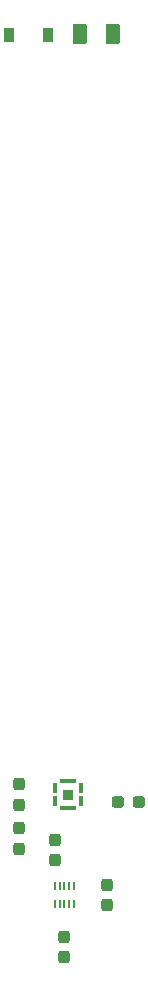
<source format=gbr>
%TF.GenerationSoftware,KiCad,Pcbnew,6.0.5-a6ca702e91~116~ubuntu20.04.1*%
%TF.CreationDate,2022-05-15T13:38:05+02:00*%
%TF.ProjectId,disco-board-pcb,64697363-6f2d-4626-9f61-72642d706362,rev?*%
%TF.SameCoordinates,Original*%
%TF.FileFunction,Paste,Bot*%
%TF.FilePolarity,Positive*%
%FSLAX46Y46*%
G04 Gerber Fmt 4.6, Leading zero omitted, Abs format (unit mm)*
G04 Created by KiCad (PCBNEW 6.0.5-a6ca702e91~116~ubuntu20.04.1) date 2022-05-15 13:38:05*
%MOMM*%
%LPD*%
G01*
G04 APERTURE LIST*
G04 Aperture macros list*
%AMRoundRect*
0 Rectangle with rounded corners*
0 $1 Rounding radius*
0 $2 $3 $4 $5 $6 $7 $8 $9 X,Y pos of 4 corners*
0 Add a 4 corners polygon primitive as box body*
4,1,4,$2,$3,$4,$5,$6,$7,$8,$9,$2,$3,0*
0 Add four circle primitives for the rounded corners*
1,1,$1+$1,$2,$3*
1,1,$1+$1,$4,$5*
1,1,$1+$1,$6,$7*
1,1,$1+$1,$8,$9*
0 Add four rect primitives between the rounded corners*
20,1,$1+$1,$2,$3,$4,$5,0*
20,1,$1+$1,$4,$5,$6,$7,0*
20,1,$1+$1,$6,$7,$8,$9,0*
20,1,$1+$1,$8,$9,$2,$3,0*%
G04 Aperture macros list end*
%ADD10R,1.447800X0.406400*%
%ADD11R,0.406400X0.939800*%
%ADD12R,0.939800X0.939800*%
%ADD13RoundRect,0.250000X0.375000X0.625000X-0.375000X0.625000X-0.375000X-0.625000X0.375000X-0.625000X0*%
%ADD14RoundRect,0.237500X-0.237500X0.287500X-0.237500X-0.287500X0.237500X-0.287500X0.237500X0.287500X0*%
%ADD15RoundRect,0.237500X0.237500X-0.287500X0.237500X0.287500X-0.237500X0.287500X-0.237500X-0.287500X0*%
%ADD16R,0.250000X0.700000*%
%ADD17RoundRect,0.237500X-0.287500X-0.237500X0.287500X-0.237500X0.287500X0.237500X-0.287500X0.237500X0*%
%ADD18R,0.900000X1.200000*%
G04 APERTURE END LIST*
D10*
%TO.C,C2*%
X122700000Y-126017600D03*
D11*
X121582400Y-125475000D03*
X121582400Y-124325000D03*
D10*
X122700000Y-123782400D03*
D11*
X123817600Y-124325000D03*
X123817600Y-125475000D03*
D12*
X122700000Y-124900000D03*
%TD*%
D13*
%TO.C,F1*%
X126511904Y-60493500D03*
X123711904Y-60493500D03*
%TD*%
D14*
%TO.C,C3*%
X122400000Y-136925000D03*
X122400000Y-138675000D03*
%TD*%
%TO.C,C1*%
X126000000Y-132525000D03*
X126000000Y-134275000D03*
%TD*%
D15*
%TO.C,R1*%
X118600000Y-125775000D03*
X118600000Y-124025000D03*
%TD*%
%TO.C,C4*%
X121600000Y-130475000D03*
X121600000Y-128725000D03*
%TD*%
D16*
%TO.C,U1*%
X121600000Y-132600000D03*
X122000000Y-132600000D03*
X122400000Y-132600000D03*
X122800000Y-132600000D03*
X123200000Y-132600000D03*
X123200000Y-134200000D03*
X122800000Y-134200000D03*
X122400000Y-134200000D03*
X122000000Y-134200000D03*
X121600000Y-134200000D03*
%TD*%
D17*
%TO.C,C5*%
X126975000Y-125500000D03*
X128725000Y-125500000D03*
%TD*%
D14*
%TO.C,R2*%
X118600000Y-127725000D03*
X118600000Y-129475000D03*
%TD*%
D18*
%TO.C,D1*%
X117712404Y-60550000D03*
X121012404Y-60550000D03*
%TD*%
M02*

</source>
